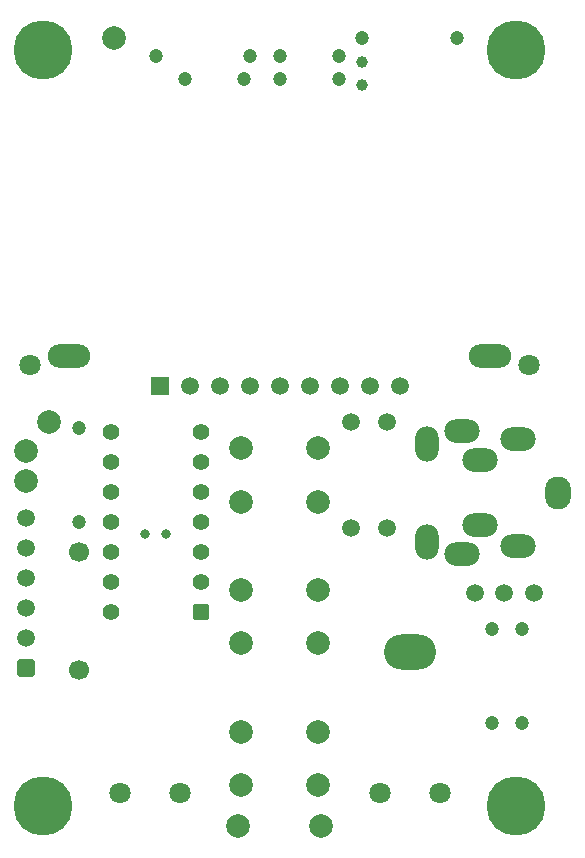
<source format=gts>
G04 #@! TF.GenerationSoftware,KiCad,Pcbnew,7.0.8*
G04 #@! TF.CreationDate,2024-02-28T21:30:22+09:00*
G04 #@! TF.ProjectId,KT0913_Digital_Radio,4b543039-3133-45f4-9469-676974616c5f,rev?*
G04 #@! TF.SameCoordinates,Original*
G04 #@! TF.FileFunction,Soldermask,Top*
G04 #@! TF.FilePolarity,Negative*
%FSLAX46Y46*%
G04 Gerber Fmt 4.6, Leading zero omitted, Abs format (unit mm)*
G04 Created by KiCad (PCBNEW 7.0.8) date 2024-02-28 21:30:22*
%MOMM*%
%LPD*%
G01*
G04 APERTURE LIST*
G04 Aperture macros list*
%AMFreePoly0*
4,1,21,-0.698500,0.419100,-0.677232,0.526022,-0.616666,0.616666,-0.526022,0.677232,-0.419100,0.698500,0.419100,0.698500,0.526022,0.677232,0.616666,0.616666,0.677232,0.526022,0.698500,0.419100,0.698500,-0.419100,0.677232,-0.526022,0.616666,-0.616666,0.526022,-0.677232,0.419100,-0.698500,-0.419100,-0.698500,-0.526022,-0.677232,-0.616666,-0.616666,-0.677232,-0.526022,-0.698500,-0.419100,
-0.698500,0.419100,-0.698500,0.419100,$1*%
%AMFreePoly1*
4,1,25,-0.750000,0.450000,-0.742031,0.518685,-0.697499,0.619541,-0.619541,0.697499,-0.518685,0.742031,-0.450000,0.750000,0.450000,0.750000,0.518685,0.742031,0.619541,0.697499,0.697499,0.619541,0.742031,0.518685,0.750000,0.450000,0.750000,-0.450000,0.742031,-0.518685,0.697499,-0.619541,0.619541,-0.697499,0.518685,-0.742031,0.450000,-0.750000,-0.450000,-0.750000,-0.518685,-0.742031,
-0.619541,-0.697499,-0.697499,-0.619541,-0.742031,-0.518685,-0.750000,-0.450000,-0.750000,0.450000,-0.750000,0.450000,$1*%
G04 Aperture macros list end*
%ADD10FreePoly0,90.000000*%
%ADD11C,1.397000*%
%ADD12C,2.000000*%
%ADD13C,5.000000*%
%ADD14C,1.500000*%
%ADD15C,1.200000*%
%ADD16C,1.000000*%
%ADD17C,1.800000*%
%ADD18O,2.200000X2.800000*%
%ADD19O,3.000000X2.000000*%
%ADD20O,2.000000X3.000000*%
%ADD21C,1.700000*%
%ADD22R,1.500000X1.500000*%
%ADD23O,3.600000X2.000000*%
%ADD24O,4.400000X3.000000*%
%ADD25FreePoly1,90.000000*%
%ADD26C,0.800000*%
G04 APERTURE END LIST*
D10*
X116310000Y-100620000D03*
D11*
X116310000Y-98080000D03*
X116310000Y-95540000D03*
X116310000Y-93000000D03*
X116310000Y-90460000D03*
X116310000Y-87920000D03*
X116310000Y-85380000D03*
X108690000Y-85380000D03*
X108690000Y-87920000D03*
X108690000Y-90460000D03*
X108690000Y-93000000D03*
X108690000Y-95540000D03*
X108690000Y-98080000D03*
X108690000Y-100620000D03*
D12*
X119750000Y-98750000D03*
X126250000Y-98750000D03*
X119750000Y-103250000D03*
X126250000Y-103250000D03*
D13*
X143000000Y-53000000D03*
D12*
X109000000Y-52000000D03*
D14*
X139500000Y-99000000D03*
X142000000Y-99000000D03*
X144500000Y-99000000D03*
D13*
X103000000Y-117000000D03*
D12*
X101500000Y-87000000D03*
X119500000Y-118700000D03*
D15*
X143500000Y-110000000D03*
X143500000Y-102000000D03*
D14*
X132059921Y-93500000D03*
X132059921Y-84500000D03*
D12*
X119750000Y-110750000D03*
X126250000Y-110750000D03*
X119750000Y-115250000D03*
X126250000Y-115250000D03*
D14*
X129000000Y-93500000D03*
X129000000Y-84500000D03*
D16*
X130000000Y-54000000D03*
X130000000Y-56000000D03*
D15*
X138000000Y-52000000D03*
X130000000Y-52000000D03*
D12*
X103500000Y-84500000D03*
X126250000Y-91250000D03*
X119750000Y-91250000D03*
X126250000Y-86750000D03*
X119750000Y-86750000D03*
D13*
X143000000Y-117000000D03*
D15*
X120000000Y-55500000D03*
X115000000Y-55500000D03*
D17*
X109460000Y-115936000D03*
X114540000Y-115936000D03*
D12*
X101500000Y-89500000D03*
D18*
X146600000Y-90500000D03*
X146600000Y-90500000D03*
D19*
X143200000Y-85950000D03*
X143200000Y-95050000D03*
X138450000Y-85280000D03*
X138450000Y-95720000D03*
D20*
X135450000Y-86350000D03*
X135450000Y-94650000D03*
D19*
X140000000Y-87730000D03*
X140000000Y-93270000D03*
D21*
X106000000Y-95500000D03*
X106000000Y-105500000D03*
D13*
X103000000Y-53000000D03*
D15*
X123000000Y-53500000D03*
X128000000Y-53500000D03*
X123000000Y-55500000D03*
X128000000Y-55500000D03*
D17*
X101900000Y-79700000D03*
X144100000Y-79700000D03*
D22*
X112840000Y-81500000D03*
D14*
X115380000Y-81500000D03*
X117920000Y-81500000D03*
X120460000Y-81500000D03*
X123000000Y-81500000D03*
X125540000Y-81500000D03*
X128080000Y-81500000D03*
X130620000Y-81500000D03*
X133160000Y-81500000D03*
D23*
X105200000Y-78900000D03*
X140800000Y-78900000D03*
D15*
X141000000Y-102000000D03*
X141000000Y-110000000D03*
D12*
X126500000Y-118700000D03*
D15*
X120500000Y-53500000D03*
X112500000Y-53500000D03*
X106000000Y-85000000D03*
X106000000Y-93000000D03*
D24*
X134000000Y-104000000D03*
D25*
X101500000Y-105350000D03*
D14*
X101500000Y-102810000D03*
X101500000Y-100270000D03*
X101500000Y-97730000D03*
X101500000Y-95190000D03*
X101500000Y-92650000D03*
D26*
X113400000Y-94000000D03*
X111600000Y-94000000D03*
D17*
X136540000Y-115936000D03*
X131460000Y-115936000D03*
M02*

</source>
